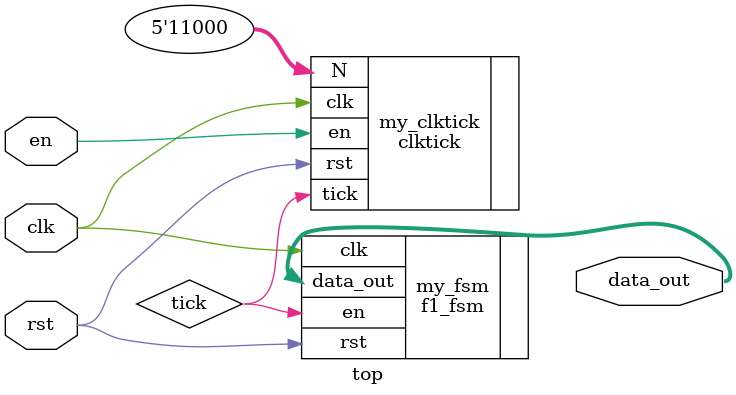
<source format=sv>
module top (
    input logic clk,       // clock signal
    input logic rst,       // reset signal
    input logic en,        // enable signal from an external source (like a button)
    output logic [7:0] data_out  // output of the fsm
);

    // Parameters for clktick (assuming some default value, change if needed)
    parameter WIDTH = 16;
    logic tick; // tick signal from clktick to f1_fsm
    
    // Instance of clktick
    clktick #(
        .WIDTH(WIDTH)
    ) my_clktick (
        .clk(clk),
        .rst(rst),
        .en(en),
        .N(5'd24), // Just a default value, you can change this
        .tick(tick)
    );

    // Instance of f1_fsm
    f1_fsm my_fsm (
        .clk(clk),
        .rst(rst),
        .en(tick),       // connect tick from clktick to the enable of the fsm
        .data_out(data_out)
    );

endmodule

</source>
